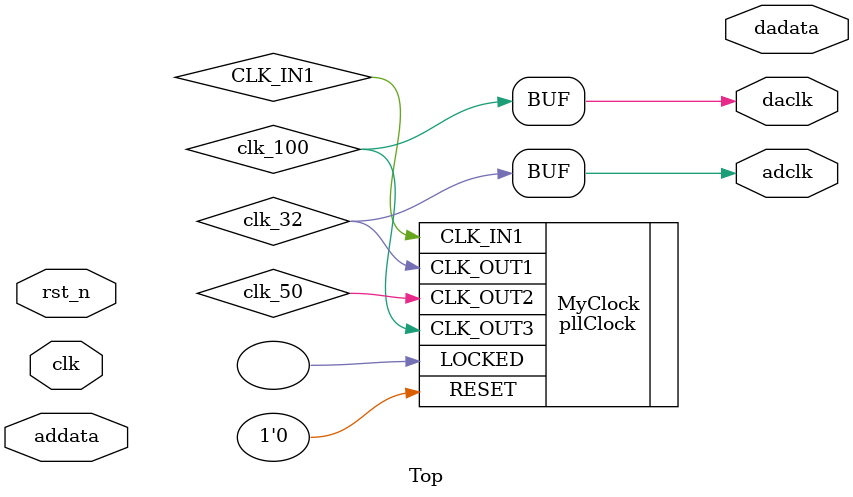
<source format=v>
`timescale 1ns / 1ps
module Top(
    input clk,            //fpga clock
	 input rst_n,
	 
	 output daclk,
    output [7:0] dadata,       //DA data
	 
	 output adclk,
	 input [7:0] addata        //AD data
    );


wire clk_32;
wire clk_50;
wire clk_100;

assign daclk=clk_100;
assign adclk=clk_32;

  pllClock MyClock
   (// Clock in ports
    .CLK_IN1(CLK_IN1),      // IN
    // Clock out ports
    .CLK_OUT1(clk_32),     // OUT
    .CLK_OUT2(clk_50),     // OUT
    .CLK_OUT3(clk_100),     // OUT
    // Status and control signals
    .RESET(1'b0),// IN
    .LOCKED());      // OUT

endmodule

</source>
